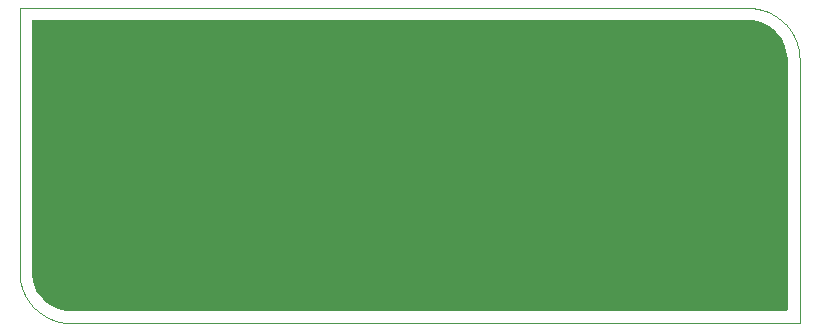
<source format=gbl>
G04 EAGLE Gerber RS-274X export*
G75*
%MOMM*%
%FSLAX34Y34*%
%LPD*%
%INBottom layer*%
%IPPOS*%
%AMOC8*
5,1,8,0,0,1.08239X$1,22.5*%
G01*
%ADD10C,0.000000*%
%ADD11C,0.002541*%
%ADD12C,0.656400*%

G36*
X649076Y60976D02*
X649076Y60976D01*
X649194Y60983D01*
X649233Y60996D01*
X649273Y61001D01*
X649384Y61044D01*
X649497Y61081D01*
X649531Y61103D01*
X649569Y61118D01*
X649665Y61187D01*
X649765Y61251D01*
X649793Y61281D01*
X649826Y61304D01*
X649902Y61396D01*
X649983Y61483D01*
X650003Y61518D01*
X650029Y61549D01*
X650079Y61657D01*
X650137Y61761D01*
X650147Y61801D01*
X650164Y61837D01*
X650187Y61954D01*
X650216Y62069D01*
X650220Y62129D01*
X650224Y62149D01*
X650223Y62170D01*
X650227Y62230D01*
X650227Y274140D01*
X650224Y274159D01*
X650225Y274211D01*
X650024Y277784D01*
X650019Y277810D01*
X650020Y277837D01*
X649994Y277996D01*
X648404Y284964D01*
X648382Y285022D01*
X648370Y285083D01*
X648310Y285232D01*
X645209Y291672D01*
X645175Y291724D01*
X645150Y291780D01*
X645057Y291912D01*
X640601Y297500D01*
X640557Y297543D01*
X640519Y297593D01*
X640400Y297701D01*
X634812Y302157D01*
X634759Y302190D01*
X634712Y302230D01*
X634572Y302309D01*
X628132Y305410D01*
X628073Y305429D01*
X628018Y305458D01*
X627864Y305504D01*
X620896Y307094D01*
X620869Y307097D01*
X620844Y307105D01*
X620684Y307124D01*
X617111Y307325D01*
X617092Y307323D01*
X617040Y307327D01*
X11443Y307327D01*
X11324Y307312D01*
X11206Y307304D01*
X11167Y307292D01*
X11127Y307287D01*
X11016Y307243D01*
X10903Y307206D01*
X10869Y307185D01*
X10831Y307170D01*
X10735Y307100D01*
X10635Y307036D01*
X10607Y307007D01*
X10574Y306983D01*
X10498Y306891D01*
X10417Y306804D01*
X10397Y306769D01*
X10371Y306738D01*
X10321Y306630D01*
X10263Y306526D01*
X10253Y306487D01*
X10236Y306450D01*
X10213Y306333D01*
X10184Y306218D01*
X10180Y306158D01*
X10176Y306138D01*
X10177Y306117D01*
X10173Y306057D01*
X10173Y94160D01*
X10176Y94141D01*
X10175Y94089D01*
X10376Y90516D01*
X10381Y90490D01*
X10380Y90463D01*
X10406Y90304D01*
X11996Y83336D01*
X12018Y83278D01*
X12030Y83217D01*
X12090Y83068D01*
X15191Y76628D01*
X15225Y76576D01*
X15250Y76520D01*
X15343Y76388D01*
X19799Y70800D01*
X19843Y70757D01*
X19881Y70707D01*
X20000Y70599D01*
X25588Y66143D01*
X25641Y66110D01*
X25688Y66070D01*
X25828Y65991D01*
X32268Y62890D01*
X32327Y62871D01*
X32382Y62842D01*
X32536Y62796D01*
X39504Y61206D01*
X39531Y61203D01*
X39556Y61195D01*
X39716Y61176D01*
X43289Y60975D01*
X43308Y60977D01*
X43360Y60973D01*
X52928Y60973D01*
X52937Y60973D01*
X52946Y60971D01*
X53107Y60961D01*
X648957Y60961D01*
X649076Y60976D01*
G37*
D10*
X50800Y50800D02*
X660400Y50800D01*
D11*
X50800Y50800D02*
X43360Y50800D01*
X42312Y50813D01*
X41265Y50851D01*
X40219Y50914D01*
X39175Y51002D01*
X38134Y51116D01*
X37095Y51255D01*
X36060Y51419D01*
X35029Y51608D01*
X34004Y51822D01*
X32983Y52060D01*
X31969Y52323D01*
X30961Y52610D01*
X29961Y52922D01*
X28968Y53258D01*
X27984Y53618D01*
X27009Y54001D01*
X26044Y54408D01*
X25088Y54838D01*
X24143Y55291D01*
X23210Y55767D01*
X22288Y56265D01*
X21378Y56785D01*
X20482Y57327D01*
X19598Y57891D01*
X18729Y58475D01*
X17874Y59081D01*
X17033Y59707D01*
X16209Y60353D01*
X15400Y61019D01*
X14607Y61705D01*
X13831Y62409D01*
X13073Y63132D01*
X12332Y63873D01*
X11609Y64631D01*
X10905Y65407D01*
X10219Y66200D01*
X9553Y67009D01*
X8907Y67833D01*
X8281Y68674D01*
X7675Y69529D01*
X7091Y70398D01*
X6527Y71282D01*
X5985Y72178D01*
X5465Y73088D01*
X4967Y74010D01*
X4491Y74943D01*
X4038Y75888D01*
X3608Y76844D01*
X3201Y77809D01*
X2818Y78784D01*
X2458Y79768D01*
X2122Y80761D01*
X1810Y81761D01*
X1523Y82769D01*
X1260Y83783D01*
X1022Y84804D01*
X808Y85829D01*
X619Y86860D01*
X455Y87895D01*
X316Y88934D01*
X202Y89975D01*
X114Y91019D01*
X51Y92065D01*
X13Y93112D01*
X0Y94160D01*
X0Y317500D01*
X660400Y274140D02*
X660400Y50800D01*
X660400Y274140D02*
X660387Y275188D01*
X660349Y276235D01*
X660286Y277281D01*
X660198Y278325D01*
X660084Y279366D01*
X659945Y280405D01*
X659781Y281440D01*
X659592Y282471D01*
X659378Y283496D01*
X659140Y284517D01*
X658877Y285531D01*
X658590Y286539D01*
X658278Y287539D01*
X657942Y288532D01*
X657582Y289516D01*
X657199Y290491D01*
X656792Y291456D01*
X656362Y292412D01*
X655909Y293357D01*
X655433Y294290D01*
X654935Y295212D01*
X654415Y296122D01*
X653873Y297018D01*
X653309Y297902D01*
X652725Y298771D01*
X652119Y299626D01*
X651493Y300467D01*
X650847Y301291D01*
X650181Y302100D01*
X649495Y302893D01*
X648791Y303669D01*
X648068Y304427D01*
X647327Y305168D01*
X646569Y305891D01*
X645793Y306595D01*
X645000Y307281D01*
X644191Y307947D01*
X643367Y308593D01*
X642526Y309219D01*
X641671Y309825D01*
X640802Y310409D01*
X639918Y310973D01*
X639022Y311515D01*
X638112Y312035D01*
X637190Y312533D01*
X636257Y313009D01*
X635312Y313462D01*
X634356Y313892D01*
X633391Y314299D01*
X632416Y314682D01*
X631432Y315042D01*
X630439Y315378D01*
X629439Y315690D01*
X628431Y315977D01*
X627417Y316240D01*
X626396Y316478D01*
X625371Y316692D01*
X624340Y316881D01*
X623305Y317045D01*
X622266Y317184D01*
X621225Y317298D01*
X620181Y317386D01*
X619135Y317449D01*
X618088Y317487D01*
X617040Y317500D01*
X0Y317500D01*
D12*
X495300Y177800D03*
X101600Y238125D03*
M02*

</source>
